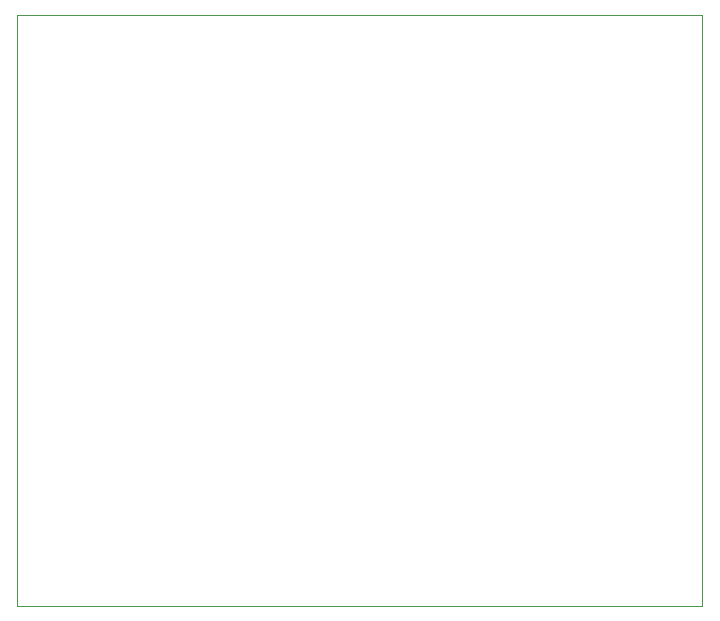
<source format=gbr>
G04 #@! TF.GenerationSoftware,KiCad,Pcbnew,(5.1.5)-3*
G04 #@! TF.CreationDate,2020-09-11T10:44:40-03:00*
G04 #@! TF.ProjectId,HomeTron(kicad),486f6d65-5472-46f6-9e28-6b6963616429,rev?*
G04 #@! TF.SameCoordinates,Original*
G04 #@! TF.FileFunction,Profile,NP*
%FSLAX46Y46*%
G04 Gerber Fmt 4.6, Leading zero omitted, Abs format (unit mm)*
G04 Created by KiCad (PCBNEW (5.1.5)-3) date 2020-09-11 10:44:40*
%MOMM*%
%LPD*%
G04 APERTURE LIST*
%ADD10C,0.050000*%
G04 APERTURE END LIST*
D10*
X13000000Y-13000000D02*
X13000000Y-63000000D01*
X71000000Y-13000000D02*
X71000000Y-63000000D01*
X13000000Y-63000000D02*
X71000000Y-63000000D01*
X13000000Y-13000000D02*
X71000000Y-13000000D01*
M02*

</source>
